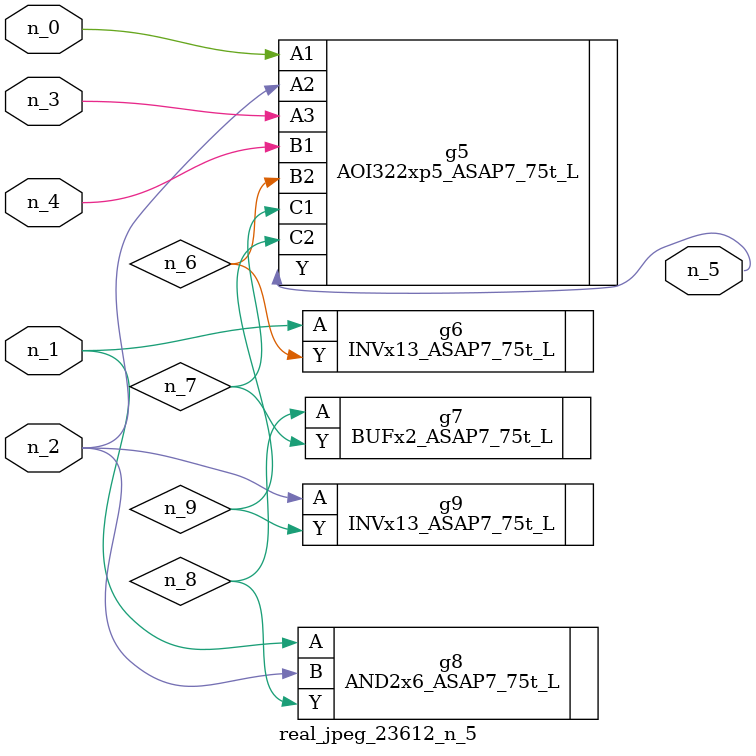
<source format=v>
module real_jpeg_23612_n_5 (n_4, n_0, n_1, n_2, n_3, n_5);

input n_4;
input n_0;
input n_1;
input n_2;
input n_3;

output n_5;

wire n_8;
wire n_6;
wire n_7;
wire n_9;

AOI322xp5_ASAP7_75t_L g5 ( 
.A1(n_0),
.A2(n_2),
.A3(n_3),
.B1(n_4),
.B2(n_6),
.C1(n_7),
.C2(n_9),
.Y(n_5)
);

INVx13_ASAP7_75t_L g6 ( 
.A(n_1),
.Y(n_6)
);

AND2x6_ASAP7_75t_L g8 ( 
.A(n_1),
.B(n_2),
.Y(n_8)
);

INVx13_ASAP7_75t_L g9 ( 
.A(n_2),
.Y(n_9)
);

BUFx2_ASAP7_75t_L g7 ( 
.A(n_8),
.Y(n_7)
);


endmodule
</source>
